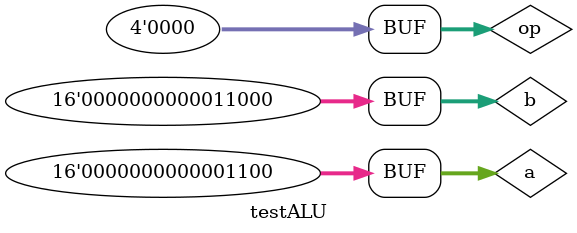
<source format=v>
module multiplexer_2x1 (X, Y, Z, out);
    input X, Y, Z;
    output out;
    wire c1, c2;
    wire not_z;

    // NOT gate
    not n1 (not_z, Z);

    // AND gates
    and a1 (c1, X, not_z);
    and a2 (c2, Y, Z);

    // OR gate
    or o1 (out, c1, c2);
endmodule

module multiplexer_4x1(X, Y, Z, W, S1, S2, out);
    input X, Y, Z, W;
    input S1, S2;
    output out;
    wire c1, c2;

    // 2x1 mux
    multiplexer_2x1 m1 (X, Y, S1, c1);
    multiplexer_2x1 m2 (Z, W, S1, c2);

    // combine the 2x1 muxes
    multiplexer_2x1 m3 (c1, c2, S2, out);
endmodule

module half_adder (A, B, S, C);
    input A, B;
    output S, C;
    
    xor g1 (S, A, B);
    and g2 (C, A, B);
endmodule

module full_adder (X, Y, Z, S, C);
    // X, Y, Carry in, Sum, Carry out
    input X, Y, Z;
    output S, C;
    wire S1, C1, C2; 
    
    half_adder HA1 (X, Y, S1, C1),
                HA2 (S1, Z, S, C2);
    or g1(C, C1, C2);
endmodule

module bit_alu_carry(A, B, L, CI, OP, R, CO);
    // A, B, Less, Carry in, Operation, Result, Carry out
    input A, B, L, CI;
    input [3:0] OP; 
    output R, CO;
    // not_a, a_mux_out, not_b, b_mux_out, a_b_and, a_b_or, a_b_add
    wire not_a, a_mux_out, not_b, b_mux_out, a_b_and, a_b_or, a_b_add;

    // A
    not (not_a, A);
    multiplexer_2x1 m1 (A, not_a, OP[3], a_mux_out);

    // B
    not n1 (not_b, B);
    multiplexer_2x1 m2 (B, not_b, OP[2], b_mux_out);

    // Operations
    and a1 (a_b_and, a_mux_out, b_mux_out);
    or o1 (a_b_or, a_mux_out, b_mux_out);
    full_adder fa1 (a_mux_out, b_mux_out, CI, a_b_add, CO);

    // Multiplexer
    multiplexer_4x1 m3 (a_b_and, a_b_or, a_b_add, L, OP[0], OP[1], R);
endmodule

module bit_alu_set(A, B, L, CI, OP, R, S, O);
    // A, B, Less, Carry in, Operation, Result, Set, Overflow
    input A, B, L, CI;
    input [3:0] OP; 
    // result, set, overflow
    output R, S, O;
    // not_a, a_mux_out, not_b, b_mux_out, a_b_and, a_b_or, a_b_add, Carry Out, Overflow xor out
    wire not_a, a_mux_out, not_b, b_mux_out, a_b_and, a_b_or, a_b_add, CO, O1;

    // A
    not n1 (not_a, A);
    multiplexer_2x1 m1 (A, not_a, OP[3], a_mux_out);

    // B
    not n2 (not_b, B);
    multiplexer_2x1 m2 (B, not_b, OP[2], b_mux_out);

    // Operations
    and a1 (a_b_and, a_mux_out, b_mux_out);
    or o1 (a_b_or, a_mux_out, b_mux_out);
    full_adder fa1 (a_mux_out, b_mux_out, CI, a_b_add, CO);
    assign S = a_b_add;

    // Multiplexer
    multiplexer_4x1 m3 (a_b_and, a_b_or, a_b_add, L, OP[0], OP[1], R);

    // Overflow
    xor x1 (O1, CI, CO);
    and a3 (O, O1, OP[1]);
endmodule

module ALU(OP, A, B, R, Z, O);
    input [15:0] A, B;
    input [3:0] OP;
    // zero and overflow
    output Z, O;
    // result
    output [15:0] R;
    // carry out and set
    wire CO0, CO1, CO2, CO3, CO4, CO5, CO6, CO7, CO8, CO9, CO10, CO11, CO12, CO13, CO14, CO15, S;

    // Bit 0
    bit_alu_carry ba0 (A[0], B[0], S, OP[2], OP, R[0], CO0);
    // Bit 1
    bit_alu_carry ba1 (A[1], B[1], 1'b0, CO0, OP, R[1], CO1);
    // Bit 2
    bit_alu_carry ba2 (A[2], B[2], 1'b0, CO1, OP, R[2], CO2);
    // Bit 3
    bit_alu_carry ba3 (A[3], B[3], 1'b0, CO2, OP, R[3], CO3);
    // Bit 4
    bit_alu_carry ba4 (A[4], B[4], 1'b0, CO3, OP, R[4], CO4);
    // Bit 5
    bit_alu_carry ba5 (A[5], B[5], 1'b0, CO4, OP, R[5], CO5);
    // Bit 6
    bit_alu_carry ba6 (A[6], B[6], 1'b0, CO5, OP, R[6], CO6);
    // Bit 7
    bit_alu_carry ba7 (A[7], B[7], 1'b0, CO6, OP, R[7], CO7);
    // Bit 8
    bit_alu_carry ba8 (A[8], B[8], 1'b0, CO7, OP, R[8], CO8);
    // Bit 9
    bit_alu_carry ba9 (A[9], B[9], 1'b0, CO8, OP, R[9], CO9);
    // Bit 10
    bit_alu_carry ba10 (A[10], B[10], 1'b0, CO9, OP, R[10], CO10);
    // Bit 11
    bit_alu_carry ba11 (A[11], B[11], 1'b0, CO10, OP, R[11], CO11);
    // Bit 12
    bit_alu_carry ba12 (A[12], B[12], 1'b0, CO11, OP, R[12], CO12);
    // Bit 13
    bit_alu_carry ba13 (A[13], B[13], 1'b0, CO12, OP, R[13], CO13);
    // Bit 14
    bit_alu_carry ba14 (A[14], B[14], 1'b0, CO13, OP, R[14], CO14);
    
    // Bit 15
    bit_alu_set ba15 (A[15], B[15], 1'b0, CO14, OP, R[15], S, O);

    // Zero
    nor o1 (Z, R[0], R[1], R[2], R[3], R[4], R[5], R[6], R[7], R[8], R[9], R[10], R[11], R[12], R[13], R[14], R[15]);
endmodule


module testALU;
  reg signed [15:0] a;
  reg signed [15:0] b;
  reg [3:0] op;
  wire signed [15:0] result;
  wire zero,overflow;
  ALU alu (op,a,b,result,zero,overflow);
  initial
    begin
     $display("op   a        b        result   zero overflow");
     $monitor ("%b %b(%d) %b(%d) %b(%d) %b    %b",op,a,a,b,b,result,result,zero,overflow);
	       op = 4'b0000; a = 16'b0000000000001100; b = 16'b0000000000011000;  // AND
    end
endmodule
/*
        #1 op = 4'b0001; a = 4'b0101; b = 4'b0010;  // OR
        #1 op = 4'b0010; a = 4'b0101; b = 4'b0001;  // ADD
	    #1 op = 4'b0010; a = 4'b0111; b = 4'b0001;  // ADD overflow (8+1=-8)
	    #1 op = 4'b0110; a = 4'b0101; b = 4'b0001;  // SUB
	    #1 op = 4'b0110; a = 4'b1111; b = 4'b0001;  // SUB
	    #1 op = 4'b0110; a = 4'b1111; b = 4'b1000;  // SUB no overflow (-1-(-8)=7)
	    #1 op = 4'b0110; a = 4'b1110; b = 4'b0111;  // SUB overflow (-2-7=7)
	    #1 op = 4'b0111; a = 4'b0101; b = 4'b0001;  // SLT
	    #1 op = 4'b0111; a = 4'b0001; b = 4'b0011;  // SLT
	    #1 op = 4'b0111; a = 4'b1101; b = 4'b0110;  // SLT overflow (-3-6=7 => SLT=0)
        #1 op = 4'b1100; a = 4'b0101; b = 4'b0001;  // NOR
        #1 op = 4'b1101; a = 4'b0101; b = 4'b0001;  // NAND
*/
</source>
